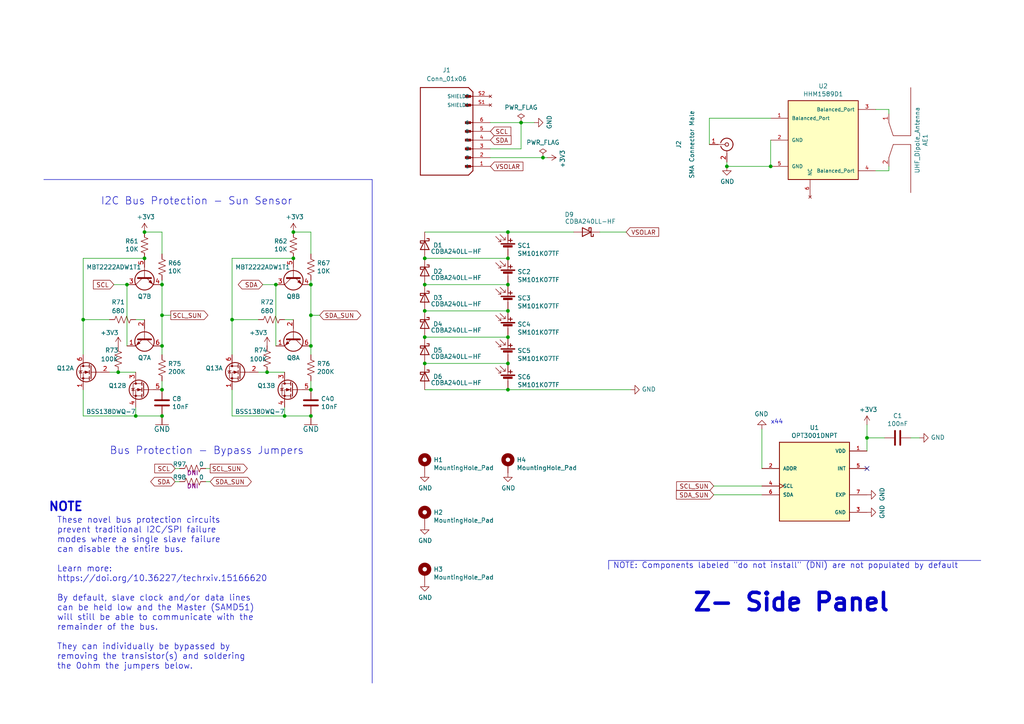
<source format=kicad_sch>
(kicad_sch (version 20230121) (generator eeschema)
  (paper "A4")
  (title_block (title "Sapling Z- Side Panel") (date "2022-05-02") (rev "Flight Ver. 1") (company "Stanford SSI") (comment 1 "Grant Regen"))
  (lib_symbols
    (symbol "Connector:Conn_Coaxial" (pin_names (offset 1.016) hide)
      (property "Reference" "J" (at 0.254 3.048 0))
      (property "Value" "Conn_Coaxial" (at 2.921 0 90))
      (symbol "Conn_Coaxial_0_1"
        (arc (start -1.778 -0.508) (mid 0.2311 -1.8066) (end 1.778 0) (stroke (width 0.254)))
        (polyline (pts (xy -2.54 0) (xy -0.508 0)))
        (polyline (pts (xy 0 -2.54) (xy 0 -1.778)))
        (circle (center 0 0) (radius 0.508) (stroke (width 0.2032)))
        (arc (start 1.778 0) (mid 0.2099 1.8101) (end -1.778 0.508) (stroke (width 0.254)))
      )
      (symbol "Conn_Coaxial_1_1"
        (pin passive line (at -5.08 0 0) (length 2.54) (name "In") (number "1"))
        (pin passive line (at 0 -5.08 90) (length 2.54) (name "Ext") (number "2"))
      )
    )
    (symbol "Device:C" (pin_numbers hide) (pin_names (offset 0.254))
      (property "Reference" "C" (at 0.635 2.54 0))
      (property "Value" "C" (at 0.635 -2.54 0))
      (symbol "C_0_1"
        (polyline (pts (xy -2.032 -0.762) (xy 2.032 -0.762)) (stroke (width 0.508)))
        (polyline (pts (xy -2.032 0.762) (xy 2.032 0.762)) (stroke (width 0.508)))
      )
      (symbol "C_1_1"
        (pin passive line (at 0 3.81 270) (length 2.794) (name "~") (number "1"))
        (pin passive line (at 0 -3.81 90) (length 2.794) (name "~") (number "2"))
      )
    )
    (symbol "Device:R_US" (pin_numbers hide) (pin_names (offset 0))
      (property "Reference" "R" (at 2.54 0 90))
      (property "Value" "R_US" (at -2.54 0 90))
      (symbol "R_US_0_1"
        (polyline (pts (xy 0 -2.286) (xy 0 -2.54)))
        (polyline (pts (xy 0 2.286) (xy 0 2.54)))
        (polyline (pts (xy 0 -0.762) (xy 1.016 -1.143) (xy 0 -1.524) (xy -1.016 -1.905) (xy 0 -2.286)))
        (polyline (pts (xy 0 0.762) (xy 1.016 0.381) (xy 0 0) (xy -1.016 -0.381) (xy 0 -0.762)))
        (polyline (pts (xy 0 2.286) (xy 1.016 1.905) (xy 0 1.524) (xy -1.016 1.143) (xy 0 0.762)))
      )
      (symbol "R_US_1_1"
        (pin passive line (at 0 3.81 270) (length 1.27) (name "~") (number "1"))
        (pin passive line (at 0 -3.81 90) (length 1.27) (name "~") (number "2"))
      )
    )
    (symbol "Mechanical:MountingHole_Pad" (pin_numbers hide) (pin_names (offset 1.016) hide)
      (property "Reference" "H" (at 0 6.35 0))
      (property "Value" "MountingHole_Pad" (at 0 4.445 0))
      (symbol "MountingHole_Pad_0_1"
        (circle (center 0 1.27) (radius 1.27) (stroke (width 1.27)))
      )
      (symbol "MountingHole_Pad_1_1"
        (pin input line (at 0 -2.54 90) (length 2.54) (name "1") (number "1"))
      )
    )
    (symbol "Transistor_BJT:MBT2222ADW1T1" (pin_names (offset 0) hide)
      (property "Reference" "Q" (at 5.08 1.27 0))
      (property "Value" "MBT2222ADW1T1" (at 5.08 -1.27 0))
      (symbol "MBT2222ADW1T1_0_1"
        (polyline (pts (xy 0.635 0) (xy -2.54 0)))
        (polyline (pts (xy 0.635 0.635) (xy 2.54 2.54)))
        (polyline (pts (xy 0.635 -0.635) (xy 2.54 -2.54) (xy 2.54 -2.54)))
        (polyline (pts (xy 0.635 1.905) (xy 0.635 -1.905) (xy 0.635 -1.905)) (stroke (width 0.508)))
        (polyline (pts (xy 1.27 -1.778) (xy 1.778 -1.27) (xy 2.286 -2.286) (xy 1.27 -1.778) (xy 1.27 -1.778)) (fill (type outline)))
        (circle (center 1.27 0) (radius 2.8194) (stroke (width 0.254)))
      )
      (symbol "MBT2222ADW1T1_1_1"
        (pin passive line (at 2.54 -5.08 90) (length 2.54) (name "E1") (number "1"))
        (pin input line (at -5.08 0 0) (length 2.54) (name "B1") (number "2"))
        (pin passive line (at 2.54 5.08 270) (length 2.54) (name "C1") (number "6"))
      )
      (symbol "MBT2222ADW1T1_2_1"
        (pin passive line (at 2.54 5.08 270) (length 2.54) (name "C2") (number "3"))
        (pin passive line (at 2.54 -5.08 90) (length 2.54) (name "E2") (number "4"))
        (pin input line (at -5.08 0 0) (length 2.54) (name "B2") (number "5"))
      )
    )
    (symbol "mainboard:GND" (power) (pin_names (offset 1.016))
      (property "Value" "GND" (at -2.54 -2.54 0))
      (symbol "GND_1_0"
        (polyline (pts (xy -1.905 0) (xy 1.905 0)))
        (pin power_in line (at 0 2.54 270) (length 2.54) (name "GND") (number "1"))
      )
    )
    (symbol "power:+3.3V" (power) (pin_names (offset 0))
      (property "Value" "+3.3V" (at 0 3.556 0))
      (symbol "+3.3V_0_1"
        (polyline (pts (xy -0.762 1.27) (xy 0 2.54)))
        (polyline (pts (xy 0 0) (xy 0 2.54)))
        (polyline (pts (xy 0 2.54) (xy 0.762 1.27)))
      )
      (symbol "+3.3V_1_1"
        (pin power_in line (at 0 0 90) (length 0) hide (name "+3V3") (number "1"))
      )
    )
    (symbol "power:GND" (power) (pin_names (offset 0))
      (property "Value" "GND" (at 0 -3.81 0))
      (symbol "GND_0_1"
        (polyline (pts (xy 0 0) (xy 0 -1.27) (xy 1.27 -1.27) (xy 0 -2.54) (xy -1.27 -1.27) (xy 0 -1.27)))
      )
      (symbol "GND_1_1"
        (pin power_in line (at 0 0 270) (length 0) hide (name "GND") (number "1"))
      )
    )
    (symbol "power:PWR_FLAG" (power) (pin_numbers hide) (pin_names (offset 0) hide)
      (property "Value" "PWR_FLAG" (at 0 3.81 0))
      (symbol "PWR_FLAG_0_0"
        (pin power_out line (at 0 0 90) (length 0) (name "pwr") (number "1"))
      )
      (symbol "PWR_FLAG_0_1"
        (polyline (pts (xy 0 0) (xy 0 1.27) (xy -1.016 1.905) (xy 0 2.54) (xy 1.016 1.905) (xy 0 1.27)))
      )
    )
    (symbol "sidepanels:2053380006" (pin_names (offset 1.016))
      (property "Reference" "J" (at -7.62 13.97 0))
      (property "Value" "2053380006" (at -7.62 -15.24 0))
      (symbol "2053380006_0_0"
        (rectangle (start -6.985 -10.4648) (end -5.3848 -9.8298) (fill (type outline)))
        (rectangle (start -6.985 -7.9248) (end -5.3848 -7.2898) (fill (type outline)))
        (rectangle (start -6.985 -2.8448) (end -5.3848 -2.2098) (fill (type outline)))
        (rectangle (start -6.985 -0.3048) (end -5.3848 0.3048) (fill (type outline)))
        (rectangle (start -6.985 2.2098) (end -5.3848 2.8448) (fill (type outline)))
        (rectangle (start -6.985 4.7498) (end -5.3848 5.3848) (fill (type outline)))
        (rectangle (start -6.985 7.2898) (end -5.3848 7.9248) (fill (type outline)))
        (rectangle (start -6.985 9.8298) (end -5.3848 10.4648) (fill (type outline)))
        (polyline (pts (xy -7.62 -11.43) (xy -6.35 -12.7)) (stroke (width 0.254)))
        (polyline (pts (xy -7.62 -10.16) (xy -5.715 -10.16)) (stroke (width 0.254)))
        (polyline (pts (xy -7.62 -7.62) (xy -5.715 -7.62)) (stroke (width 0.254)))
        (polyline (pts (xy -7.62 -2.54) (xy -7.62 -11.43)) (stroke (width 0.254)))
        (polyline (pts (xy -7.62 -2.54) (xy -5.715 -2.54)) (stroke (width 0.254)))
        (polyline (pts (xy -7.62 0) (xy -7.62 -2.54)) (stroke (width 0.254)))
        (polyline (pts (xy -7.62 0) (xy -5.715 0)) (stroke (width 0.254)))
        (polyline (pts (xy -7.62 2.54) (xy -7.62 0)) (stroke (width 0.254)))
        (polyline (pts (xy -7.62 2.54) (xy -5.715 2.54)) (stroke (width 0.254)))
        (polyline (pts (xy -7.62 5.08) (xy -7.62 2.54)) (stroke (width 0.254)))
        (polyline (pts (xy -7.62 5.08) (xy -5.715 5.08)) (stroke (width 0.254)))
        (polyline (pts (xy -7.62 7.62) (xy -5.715 7.62)) (stroke (width 0.254)))
        (polyline (pts (xy -7.62 10.16) (xy -5.715 10.16)) (stroke (width 0.254)))
        (polyline (pts (xy -7.62 11.43) (xy -7.62 5.08)) (stroke (width 0.254)))
        (polyline (pts (xy -7.62 11.43) (xy -6.35 12.7)) (stroke (width 0.254)))
        (polyline (pts (xy -6.35 -12.7) (xy 7.62 -12.7)) (stroke (width 0.254)))
        (polyline (pts (xy 7.62 -12.7) (xy 7.62 12.7)) (stroke (width 0.254)))
        (polyline (pts (xy 7.62 12.7) (xy -6.35 12.7)) (stroke (width 0.254)))
        (pin passive line (at -12.7 10.16 0) (length 5.08) (name "1") (number "1"))
        (pin passive line (at -12.7 7.62 0) (length 5.08) (name "2") (number "2"))
        (pin passive line (at -12.7 5.08 0) (length 5.08) (name "3") (number "3"))
        (pin passive line (at -12.7 2.54 0) (length 5.08) (name "4") (number "4"))
        (pin passive line (at -12.7 0 0) (length 5.08) (name "5") (number "5"))
        (pin passive line (at -12.7 -2.54 0) (length 5.08) (name "6") (number "6"))
        (pin no_connect line (at -12.7 -7.62 0) (length 5.08) (name "SHIELD1") (number "S1"))
        (pin no_connect line (at -12.7 -10.16 0) (length 5.08) (name "SHIELD2") (number "S2"))
      )
    )
    (symbol "sidepanels:BSS138DWQ-7" (pin_names (offset 0.762) hide)
      (property "Reference" "Q" (at -2.54 5.08 0))
      (property "Value" "BSS138DWQ-7" (at 3.81 6.35 0))
      (symbol "BSS138DWQ-7_1_1"
        (polyline (pts (xy -1.016 0) (xy -3.81 0)))
        (polyline (pts (xy -1.016 1.905) (xy -1.016 -1.905)) (stroke (width 0.254)))
        (polyline (pts (xy -0.508 -1.27) (xy -0.508 -2.286)) (stroke (width 0.254)))
        (polyline (pts (xy -0.508 0.508) (xy -0.508 -0.508)) (stroke (width 0.254)))
        (polyline (pts (xy -0.508 2.286) (xy -0.508 1.27)) (stroke (width 0.254)))
        (polyline (pts (xy 1.27 2.54) (xy 1.27 1.778)))
        (polyline (pts (xy 1.27 -2.54) (xy 1.27 0) (xy -0.508 0)))
        (polyline (pts (xy -0.508 -1.778) (xy 2.032 -1.778) (xy 2.032 1.778) (xy -0.508 1.778)))
        (polyline (pts (xy -0.254 0) (xy 0.762 0.381) (xy 0.762 -0.381) (xy -0.254 0)) (fill (type outline)))
        (polyline (pts (xy 1.524 0.508) (xy 1.651 0.381) (xy 2.413 0.381) (xy 2.54 0.254)))
        (polyline (pts (xy 2.032 0.381) (xy 1.651 -0.254) (xy 2.413 -0.254) (xy 2.032 0.381)))
        (circle (center 0.381 0) (radius 2.794) (stroke (width 0.254)))
        (circle (center 1.27 -1.778) (radius 0.254) (fill (type outline)))
        (circle (center 1.27 1.778) (radius 0.254) (fill (type outline)))
        (pin passive line (at 1.27 -5.08 90) (length 2.54) (name "S2") (number "1"))
        (pin input line (at -6.35 0 0) (length 2.54) (name "G2") (number "2"))
        (pin passive line (at 1.27 5.08 270) (length 2.54) (name "D1") (number "6"))
      )
      (symbol "BSS138DWQ-7_2_1"
        (polyline (pts (xy -1.016 0) (xy -3.81 0)))
        (polyline (pts (xy -1.016 1.905) (xy -1.016 -1.905)) (stroke (width 0.254)))
        (polyline (pts (xy -0.508 -1.27) (xy -0.508 -2.286)) (stroke (width 0.254)))
        (polyline (pts (xy -0.508 0.508) (xy -0.508 -0.508)) (stroke (width 0.254)))
        (polyline (pts (xy -0.508 2.286) (xy -0.508 1.27)) (stroke (width 0.254)))
        (polyline (pts (xy 1.27 2.54) (xy 1.27 1.778)))
        (polyline (pts (xy 1.27 -2.54) (xy 1.27 0) (xy -0.508 0)))
        (polyline (pts (xy -0.508 -1.778) (xy 2.032 -1.778) (xy 2.032 1.778) (xy -0.508 1.778)))
        (polyline (pts (xy -0.254 0) (xy 0.762 0.381) (xy 0.762 -0.381) (xy -0.254 0)) (fill (type outline)))
        (polyline (pts (xy 1.524 0.508) (xy 1.651 0.381) (xy 2.413 0.381) (xy 2.54 0.254)))
        (polyline (pts (xy 2.032 0.381) (xy 1.651 -0.254) (xy 2.413 -0.254) (xy 2.032 0.381)))
        (circle (center 0.381 0) (radius 2.794) (stroke (width 0.254)))
        (circle (center 1.27 -1.778) (radius 0.254) (fill (type outline)))
        (circle (center 1.27 1.778) (radius 0.254) (fill (type outline)))
        (pin passive line (at 1.27 5.08 270) (length 2.54) (name "D2") (number "3"))
        (pin passive line (at 1.27 -5.08 90) (length 2.54) (name "S1") (number "4"))
        (pin input line (at -6.35 0 0) (length 2.54) (name "G1") (number "5"))
      )
    )
    (symbol "sidepanels:CDBA240LL-HF" (pin_numbers hide) (pin_names (offset 1.016) hide)
      (property "Reference" "D" (at 0 2.54 0))
      (property "Value" "CDBA240LL-HF" (at 0 -2.54 0))
      (symbol "CDBA240LL-HF_0_1"
        (polyline (pts (xy 1.27 0) (xy -1.27 0)))
        (polyline (pts (xy 1.27 1.27) (xy 1.27 -1.27) (xy -1.27 0) (xy 1.27 1.27)) (stroke (width 0.254)))
        (polyline (pts (xy -1.905 0.635) (xy -1.905 1.27) (xy -1.27 1.27) (xy -1.27 -1.27) (xy -0.635 -1.27) (xy -0.635 -0.635)) (stroke (width 0.254)))
      )
      (symbol "CDBA240LL-HF_1_1"
        (pin passive line (at -3.81 0 0) (length 2.54) (name "K") (number "1"))
        (pin passive line (at 3.81 0 180) (length 2.54) (name "A") (number "2"))
      )
    )
    (symbol "sidepanels:HHM1589D1" (pin_names (offset 1.016))
      (property "Reference" "U" (at 0 0 0))
      (property "Value" "HHM1589D1" (at 0 2.54 0))
      (symbol "HHM1589D1_1_1"
        (rectangle (start -10.16 -25.4) (end 10.16 -2.54) (stroke (width 0.254)) (fill (type background)))
        (pin bidirectional line (at -15.24 -7.62 0) (length 5.08) (name "Balanced_Port") (number "1"))
        (pin power_in line (at -15.24 -13.97 0) (length 5.08) (name "GND") (number "2"))
        (pin bidirectional line (at 15.24 -5.08 180) (length 5.08) (name "Balanced_Port") (number "3"))
        (pin bidirectional line (at 15.24 -22.86 180) (length 5.08) (name "Balanced_Port") (number "4"))
        (pin power_in line (at -15.24 -21.59 0) (length 5.08) (name "GND") (number "5"))
        (pin no_connect line (at -3.81 -30.48 90) (length 5.08) (name "NC") (number "6"))
      )
    )
    (symbol "sidepanels:OPT3001DNPT" (pin_names (offset 1.016))
      (property "Reference" "U" (at -10.16 13.97 0))
      (property "Value" "OPT3001DNPT" (at -6.35 -12.7 0))
      (symbol "OPT3001DNPT_0_0"
        (rectangle (start -10.16 -10.16) (end 10.16 12.7) (stroke (width 0.254)) (fill (type background)))
        (pin power_in line (at 15.24 10.16 180) (length 5.08) (name "VDD") (number "1"))
        (pin input line (at -15.24 5.08 0) (length 5.08) (name "ADDR") (number "2"))
        (pin power_in line (at 15.24 -7.62 180) (length 5.08) (name "GND") (number "3"))
        (pin input clock (at -15.24 0 0) (length 5.08) (name "SCL") (number "4"))
        (pin output line (at 15.24 5.08 180) (length 5.08) (name "INT") (number "5"))
        (pin bidirectional line (at -15.24 -2.54 0) (length 5.08) (name "SDA") (number "6"))
        (pin passive line (at 15.24 -2.54 180) (length 5.08) (name "EXP") (number "7"))
      )
    )
    (symbol "sidepanels:SM101K07TF" (pin_numbers hide) (pin_names (offset 0) hide)
      (property "Reference" "SC" (at 2.54 2.54 0))
      (property "Value" "SM101K07TF" (at 2.54 0 0))
      (symbol "SM101K07TF_0_1"
        (rectangle (start -2.032 1.778) (end 2.032 1.524) (fill (type outline)))
        (rectangle (start -1.3208 1.1938) (end 1.27 0.6858) (fill (type outline)))
        (polyline (pts (xy -2.032 2.286) (xy -3.556 3.81)))
        (polyline (pts (xy -0.762 2.794) (xy -2.286 4.318)))
        (polyline (pts (xy 0 0.762) (xy 0 0)))
        (polyline (pts (xy 0 1.778) (xy 0 2.54)))
        (polyline (pts (xy 0.254 2.667) (xy 1.27 2.667)) (stroke (width 0.254)))
        (polyline (pts (xy 0.762 3.175) (xy 0.762 2.159)) (stroke (width 0.254)))
        (polyline (pts (xy -2.032 3.048) (xy -2.032 2.286) (xy -2.794 2.286)))
        (polyline (pts (xy -0.762 3.556) (xy -0.762 2.794) (xy -1.524 2.794)))
      )
      (symbol "SM101K07TF_1_1"
        (pin passive line (at 0 5.08 270) (length 2.54) (name "+") (number "1"))
        (pin passive line (at 0 -2.54 90) (length 2.54) (name "-") (number "2"))
      )
    )
    (symbol "sidepanels:UHF_Dipole_Antenna" (pin_names (offset 1.016))
      (property "Reference" "AE" (at 0 2.54 0))
      (property "Value" "UHF_Dipole_Antenna" (at 0 5.08 0))
      (symbol "UHF_Dipole_Antenna_0_1"
        (polyline (pts (xy 1.27 -3.81) (xy 5.08 -5.08)))
        (polyline (pts (xy 11.43 1.27) (xy 13.97 1.27)))
        (polyline (pts (xy 13.97 1.27) (xy 15.24 1.27)))
        (polyline (pts (xy 1.27 -3.81) (xy 1.27 1.27) (xy 11.43 1.27)))
        (polyline (pts (xy -15.24 1.27) (xy -1.27 1.27) (xy -1.27 -3.81) (xy -5.08 -5.08)))
      )
      (symbol "UHF_Dipole_Antenna_1_1"
        (pin passive line (at -7.62 -5.08 0) (length 2.54) (name "~") (number "1"))
        (pin passive line (at 7.62 -5.08 180) (length 2.54) (name "~") (number "2"))
      )
    )
  )
  (junction (at 39.37 120.65))
  (junction (at 24.13 92.71))
  (junction (at 90.17 100.33))
  (junction (at 90.17 113.03))
  (junction (at 147.32 67.31))
  (junction (at 46.99 91.44))
  (junction (at 46.99 120.65))
  (junction (at 147.32 97.79))
  (junction (at 85.09 74.93))
  (junction (at 41.91 74.93))
  (junction (at 41.91 67.31))
  (junction (at 123.19 97.79))
  (junction (at 210.82 48.26))
  (junction (at 90.17 91.44))
  (junction (at 46.99 82.55))
  (junction (at 46.99 113.03))
  (junction (at 123.19 105.41))
  (junction (at 147.32 105.41))
  (junction (at 90.17 120.65))
  (junction (at 77.47 107.95))
  (junction (at 147.32 82.55))
  (junction (at 151.13 35.56))
  (junction (at 85.09 67.31))
  (junction (at 157.48 45.72))
  (junction (at 123.19 82.55))
  (junction (at 123.19 90.17))
  (junction (at 80.01 82.55))
  (junction (at 46.99 100.33))
  (junction (at 251.46 127))
  (junction (at 123.19 74.93))
  (junction (at 147.32 113.03))
  (junction (at 223.52 48.26))
  (junction (at 67.31 92.71))
  (junction (at 90.17 82.55))
  (junction (at 147.32 90.17))
  (junction (at 82.55 120.65))
  (junction (at 147.32 74.93))
  (junction (at 34.29 107.95))
  (junction (at 36.83 82.55))
  (no_connect (at 251.46 135.89))
  (wire (pts (xy 90.17 91.44) (xy 90.17 82.55)))
  (wire (pts (xy 67.31 120.65) (xy 82.55 120.65)))
  (wire (pts (xy 36.83 82.55) (xy 36.83 100.33)))
  (wire (pts (xy 82.55 107.95) (xy 77.47 107.95)))
  (wire (pts (xy 264.16 127) (xy 266.7 127)))
  (wire (pts (xy 173.99 67.31) (xy 181.61 67.31)))
  (wire (pts (xy 123.19 90.17) (xy 147.32 90.17)))
  (wire (pts (xy 90.17 73.66) (xy 90.17 67.31)))
  (wire (pts (xy 92.71 91.44) (xy 90.17 91.44)))
  (wire (pts (xy 67.31 74.93) (xy 85.09 74.93)))
  (wire (pts (xy 67.31 92.71) (xy 67.31 74.93)))
  (wire (pts (xy 67.31 92.71) (xy 74.93 92.71)))
  (wire (pts (xy 24.13 113.03) (xy 24.13 120.65)))
  (wire (pts (xy 80.01 82.55) (xy 80.01 100.33)))
  (wire (pts (xy 82.55 118.11) (xy 82.55 120.65)))
  (wire (pts (xy 34.29 107.95) (xy 31.75 107.95)))
  (wire (pts (xy 24.13 92.71) (xy 31.75 92.71)))
  (wire (pts (xy 90.17 100.33) (xy 90.17 91.44)))
  (wire (pts (xy 157.48 45.72) (xy 158.75 45.72)))
  (wire (pts (xy 46.99 110.49) (xy 46.99 113.03)))
  (wire (pts (xy 46.99 102.87) (xy 46.99 100.33)))
  (wire (pts (xy 46.99 73.66) (xy 46.99 67.31)))
  (wire (pts (xy 46.99 100.33) (xy 46.99 91.44)))
  (wire (pts (xy 49.53 91.44) (xy 46.99 91.44)))
  (wire (pts (xy 82.55 120.65) (xy 90.17 120.65)))
  (wire (pts (xy 39.37 107.95) (xy 34.29 107.95)))
  (wire (pts (xy 67.31 102.87) (xy 67.31 92.71)))
  (wire (pts (xy 256.54 127) (xy 251.46 127)))
  (wire (pts (xy 46.99 67.31) (xy 41.91 67.31)))
  (wire (pts (xy 207.01 143.51) (xy 220.98 143.51)))
  (wire (pts (xy 24.13 92.71) (xy 24.13 74.93)))
  (wire (pts (xy 142.24 45.72) (xy 157.48 45.72)))
  (wire (pts (xy 85.09 92.71) (xy 82.55 92.71)))
  (wire (pts (xy 257.81 49.53) (xy 257.81 48.26)))
  (wire (pts (xy 123.19 82.55) (xy 147.32 82.55)))
  (wire (pts (xy 39.37 120.65) (xy 46.99 120.65)))
  (wire (pts (xy 41.91 92.71) (xy 39.37 92.71)))
  (wire (pts (xy 24.13 102.87) (xy 24.13 92.71)))
  (wire (pts (xy 33.02 82.55) (xy 36.83 82.55)))
  (wire (pts (xy 60.96 135.89) (xy 59.69 135.89)))
  (wire (pts (xy 123.19 105.41) (xy 147.32 105.41)))
  (wire (pts (xy 147.32 113.03) (xy 182.88 113.03)))
  (wire (pts (xy 123.19 74.93) (xy 147.32 74.93)))
  (wire (pts (xy 151.13 35.56) (xy 154.94 35.56)))
  (wire (pts (xy 210.82 48.26) (xy 223.52 48.26)))
  (wire (pts (xy 251.46 127) (xy 251.46 123.19)))
  (wire (pts (xy 254 49.53) (xy 257.81 49.53)))
  (wire (pts (xy 220.98 135.89) (xy 220.98 124.46)))
  (wire (pts (xy 223.52 48.26) (xy 223.52 40.64)))
  (wire (pts (xy 151.13 43.18) (xy 151.13 35.56)))
  (wire (pts (xy 24.13 120.65) (xy 39.37 120.65)))
  (wire (pts (xy 50.8 139.7) (xy 52.07 139.7)))
  (polyline (pts (xy 176.53 165.1) (xy 176.53 162.56)))
  (wire (pts (xy 207.01 140.97) (xy 220.98 140.97)))
  (wire (pts (xy 142.24 43.18) (xy 151.13 43.18)))
  (wire (pts (xy 123.19 67.31) (xy 147.32 67.31)))
  (wire (pts (xy 210.82 46.99) (xy 210.82 48.26)))
  (wire (pts (xy 60.96 139.7) (xy 59.69 139.7)))
  (polyline (pts (xy 107.95 52.07) (xy 12.7 52.07)))
  (wire (pts (xy 123.19 97.79) (xy 147.32 97.79)))
  (wire (pts (xy 205.74 41.91) (xy 205.74 34.29)))
  (wire (pts (xy 251.46 130.81) (xy 251.46 127)))
  (wire (pts (xy 67.31 113.03) (xy 67.31 120.65)))
  (wire (pts (xy 166.37 67.31) (xy 147.32 67.31)))
  (polyline (pts (xy 176.53 162.56) (xy 284.48 162.56)))
  (polyline (pts (xy 107.95 52.07) (xy 107.95 198.12)))
  (wire (pts (xy 223.52 34.29) (xy 205.74 34.29)))
  (wire (pts (xy 50.8 135.89) (xy 52.07 135.89)))
  (wire (pts (xy 123.19 113.03) (xy 147.32 113.03)))
  (wire (pts (xy 142.24 35.56) (xy 151.13 35.56)))
  (wire (pts (xy 257.81 31.75) (xy 257.81 33.02)))
  (wire (pts (xy 46.99 91.44) (xy 46.99 82.55)))
  (wire (pts (xy 77.47 107.95) (xy 74.93 107.95)))
  (wire (pts (xy 90.17 81.28) (xy 90.17 82.55)))
  (wire (pts (xy 90.17 102.87) (xy 90.17 100.33)))
  (wire (pts (xy 39.37 118.11) (xy 39.37 120.65)))
  (wire (pts (xy 76.2 82.55) (xy 80.01 82.55)))
  (wire (pts (xy 254 31.75) (xy 257.81 31.75)))
  (wire (pts (xy 46.99 81.28) (xy 46.99 82.55)))
  (wire (pts (xy 90.17 110.49) (xy 90.17 113.03)))
  (wire (pts (xy 90.17 67.31) (xy 85.09 67.31)))
  (wire (pts (xy 24.13 74.93) (xy 41.91 74.93)))
  (text "NOTE: Components labeled \"do not install\" (DNI) are not populated by default" (at 177.8 165.1 0) (effects (font (size 1.651 1.651)) (justify left bottom)))
  (text "These novel bus protection circuits\nprevent traditional I2C/SPI failure \nmodes where a single slave failure\ncan disable the entire bus.\n\nLearn more: \nhttps://doi.org/10.36227/techrxiv.15166620\n\nBy default, slave clock and/or data lines \ncan be held low and the Master (SAMD51) \nwill still be able to communicate with the \nremainder of the bus.\n\nThey can individually be bypassed by \nremoving the transistor(s) and soldering\nthe 0ohm the jumpers below." (at 16.51 194.31 0) (effects (font (size 1.7526 1.7526)) (justify left bottom)))
  (text "Bus Protection - Bypass Jumpers" (at 31.75 132.08 0) (effects (font (size 2.159 2.159)) (justify left bottom)))
  (text "I2C Bus Protection - Sun Sensor" (at 29.21 59.69 0) (effects (font (size 2.159 2.159)) (justify left bottom)))
  (text "Z- Side Panel" (at 200.66 177.8 0) (effects (font (size 5.08 5.08) (thickness 1.016) bold) (justify left bottom)))
  (text "NOTE" (at 13.97 148.59 0) (effects (font (size 2.54 2.54) (thickness 0.508) bold) (justify left bottom)))
  (text "x44" (at 223.52 123.19 0) (effects (font (size 1.27 1.27)) (justify left bottom)))
  (global_label "SCL_SUN" (shape output) (at 49.53 91.44 0) (property "Intersheetrefs" "${INTERSHEET_REFS}" (effects hide)))
  (global_label "SDA_SUN" (shape bidirectional) (at 60.96 139.7 0) (property "Intersheetrefs" "${INTERSHEET_REFS}" (effects hide)))
  (global_label "SCL" (shape input) (at 33.02 82.55 180) (property "Intersheetrefs" "${INTERSHEET_REFS}" (effects hide)))
  (global_label "SDA_SUN" (shape input) (at 207.01 143.51 180) (property "Intersheetrefs" "${INTERSHEET_REFS}" (effects hide)))
  (global_label "SCL_SUN" (shape input) (at 207.01 140.97 180) (property "Intersheetrefs" "${INTERSHEET_REFS}" (effects hide)))
  (global_label "VSOLAR" (shape input) (at 142.24 48.26 0) (property "Intersheetrefs" "${INTERSHEET_REFS}" (effects hide)))
  (global_label "SDA_SUN" (shape bidirectional) (at 92.71 91.44 0) (property "Intersheetrefs" "${INTERSHEET_REFS}" (effects hide)))
  (global_label "SCL_SUN" (shape output) (at 60.96 135.89 0) (property "Intersheetrefs" "${INTERSHEET_REFS}" (effects hide)))
  (global_label "SDA" (shape bidirectional) (at 50.8 139.7 180) (property "Intersheetrefs" "${INTERSHEET_REFS}" (effects hide)))
  (global_label "SCL" (shape input) (at 50.8 135.89 180) (property "Intersheetrefs" "${INTERSHEET_REFS}" (effects hide)))
  (global_label "SDA" (shape input) (at 142.24 40.64 0) (property "Intersheetrefs" "${INTERSHEET_REFS}" (effects hide)))
  (global_label "SCL" (shape input) (at 142.24 38.1 0) (property "Intersheetrefs" "${INTERSHEET_REFS}" (effects hide)))
  (global_label "SDA" (shape bidirectional) (at 76.2 82.55 180) (property "Intersheetrefs" "${INTERSHEET_REFS}" (effects hide)))
  (global_label "VSOLAR" (shape input) (at 181.61 67.31 0) (property "Intersheetrefs" "${INTERSHEET_REFS}" (effects hide)))
  (symbol (lib_id "sidepanels:BSS138DWQ-7") (at 25.4 107.95 0) (mirror y) (unit 1)
    (property "Reference" "Q12" (at 21.463 106.7816 0) (effects (justify left)))
    (property "Value" "BSS138DWQ-7" (at 39.37 119.38 0) (effects (justify left)))
    (property "Footprint" "panels:BSS138DWQ-7" (effects hide))
    (property "Datasheet" "https://www.diodes.com/assets/Datasheets/BSS138DWQ.pdf" (effects hide))
    (property "Description" "MOSFET BSS Family" (effects hide))
    (property "Flight" "BSS138DWQ-7" (effects hide))
    (property "Manufacturer_Name" "Diodes Inc." (effects hide))
    (property "Manufacturer_Part_Number" "BSS138DWQ-7" (effects hide))
    (property "Proto" "BSS138DWQ-7" (effects hide))
    (property "Height" "1.1" (effects hide))
    (property "Mouser Part Number" "621-BSS138DWQ-7" (effects hide))
    (property "Mouser Price/Stock" "https://www.mouser.co.uk/ProductDetail/Diodes-Incorporated/BSS138DWQ-7?qs=nJRy1mI8RR9wz3YdMQOQIA%3D%3D" (effects hide))
  )
  (symbol (lib_id "sidepanels:BSS138DWQ-7") (at 40.64 113.03 0) (mirror y) (unit 2)
    (property "Reference" "Q12" (at 36.703 111.8616 0) (effects (justify left)))
    (property "Value" "BSS138DWQ-7" (effects hide))
    (property "Footprint" "panels:BSS138DWQ-7" (effects hide))
    (property "Datasheet" "https://www.diodes.com/assets/Datasheets/BSS138DWQ.pdf" (effects hide))
    (property "Description" "MOSFET BSS Family" (effects hide))
    (property "Flight" "BSS138DWQ-7" (effects hide))
    (property "Manufacturer_Name" "Diodes Inc." (effects hide))
    (property "Manufacturer_Part_Number" "BSS138DWQ-7" (effects hide))
    (property "Proto" "BSS138DWQ-7" (effects hide))
    (property "Height" "1.1" (effects hide))
    (property "Mouser Part Number" "621-BSS138DWQ-7" (effects hide))
    (property "Mouser Price/Stock" "https://www.mouser.co.uk/ProductDetail/Diodes-Incorporated/BSS138DWQ-7?qs=nJRy1mI8RR9wz3YdMQOQIA%3D%3D" (effects hide))
  )
  (symbol (lib_id "Transistor_BJT:MBT2222ADW1T1") (at 41.91 97.79 270) (unit 1)
    (property "Reference" "Q7" (at 41.91 103.7844 90))
    (property "Value" "MBT2222ADW1T1" (effects hide))
    (property "Footprint" "Package_TO_SOT_SMD:SOT-363_SC-70-6" (effects hide))
    (property "Datasheet" "http://www.onsemi.com/pub_link/Collateral/MBT2222ADW1T1-D.PDF" (effects hide))
    (property "Description" "Dual NPN BJT - 2NPN" (effects hide))
    (property "Flight" "MBT2222ADW1T1G" (effects hide))
    (property "Manufacturer_Name" "ON Semiconductor" (effects hide))
    (property "Manufacturer_Part_Number" "MBT2222ADW1T1G" (effects hide))
    (property "Proto" "MBT2222ADW1T1G" (effects hide))
  )
  (symbol (lib_id "Transistor_BJT:MBT2222ADW1T1") (at 41.91 80.01 90) (mirror x) (unit 2)
    (property "Reference" "Q7" (at 41.91 85.979 90))
    (property "Value" "MBT2222ADW1T1" (at 33.02 77.47 90))
    (property "Footprint" "Package_TO_SOT_SMD:SOT-363_SC-70-6" (effects hide))
    (property "Datasheet" "http://www.onsemi.com/pub_link/Collateral/MBT2222ADW1T1-D.PDF" (effects hide))
    (property "Description" "Dual NPN BJT - 2NPN" (effects hide))
    (property "Flight" "MBT2222ADW1T1G" (effects hide))
    (property "Manufacturer_Name" "ON Semiconductor" (effects hide))
    (property "Manufacturer_Part_Number" "MBT2222ADW1T1G" (effects hide))
    (property "Proto" "MBT2222ADW1T1G" (effects hide))
  )
  (symbol (lib_id "Device:C") (at 46.99 116.84 0) (unit 1)
    (property "Reference" "C8" (at 49.911 115.6716 0) (effects (justify left)))
    (property "Value" "10nF" (at 49.911 117.983 0) (effects (justify left)))
    (property "Footprint" "Capacitor_SMD:C_0603_1608Metric" (effects hide))
    (property "Description" "10nF +-10% 50V X7R" (effects hide))
  )
  (symbol (lib_id "mainboard:GND") (at 46.99 123.19 0) (unit 1)
    (property "Reference" "#GND045" (effects hide))
    (property "Value" "GND" (at 46.99 124.46 0) (effects (font (size 1.4986 1.4986))))
  )
  (symbol (lib_id "Device:R_US") (at 46.99 77.47 0) (unit 1)
    (property "Reference" "R66" (at 48.7172 76.3016 0) (effects (justify left)))
    (property "Value" "10K" (at 48.7172 78.613 0) (effects (justify left)))
    (property "Footprint" "Resistor_SMD:R_0603_1608Metric" (effects hide))
    (property "Description" "10K 0603" (effects hide))
  )
  (symbol (lib_id "Device:R_US") (at 41.91 71.12 0) (unit 1)
    (property "Reference" "R61" (at 40.2082 69.9516 0) (effects (justify right)))
    (property "Value" "10K" (at 40.2082 72.263 0) (effects (justify right)))
    (property "Footprint" "Resistor_SMD:R_0603_1608Metric" (effects hide))
    (property "Description" "10K 0603" (effects hide))
  )
  (symbol (lib_id "Device:R_US") (at 35.56 92.71 270) (unit 1)
    (property "Reference" "R71" (at 34.29 87.63 90))
    (property "Value" "680" (at 34.29 90.17 90))
    (property "Footprint" "Resistor_SMD:R_0603_1608Metric" (effects hide))
    (property "Description" "680 0603" (effects hide))
  )
  (symbol (lib_id "Device:R_US") (at 34.29 104.14 0) (unit 1)
    (property "Reference" "R73" (at 30.48 101.6 0) (effects (justify left)))
    (property "Value" "100K" (at 29.21 104.14 0) (effects (justify left)))
    (property "Footprint" "Resistor_SMD:R_0603_1608Metric" (effects hide))
    (property "Description" "100K 0603" (effects hide))
  )
  (symbol (lib_id "Device:R_US") (at 46.99 106.68 0) (unit 1)
    (property "Reference" "R75" (at 48.7172 105.5116 0) (effects (justify left)))
    (property "Value" "200K" (at 48.7172 107.823 0) (effects (justify left)))
    (property "Footprint" "Resistor_SMD:R_0603_1608Metric" (effects hide))
    (property "Description" "200K 0603" (effects hide))
  )
  (symbol (lib_id "Transistor_BJT:MBT2222ADW1T1") (at 85.09 97.79 270) (unit 1)
    (property "Reference" "Q8" (at 85.09 103.7844 90))
    (property "Value" "MBT2222ADW1T1" (effects hide))
    (property "Footprint" "Package_TO_SOT_SMD:SOT-363_SC-70-6" (effects hide))
    (property "Datasheet" "http://www.onsemi.com/pub_link/Collateral/MBT2222ADW1T1-D.PDF" (effects hide))
    (property "Description" "Dual NPN BJT - 2NPN" (effects hide))
    (property "Flight" "MBT2222ADW1T1G" (effects hide))
    (property "Manufacturer_Name" "ON Semiconductor" (effects hide))
    (property "Manufacturer_Part_Number" "MBT2222ADW1T1G" (effects hide))
    (property "Proto" "MBT2222ADW1T1G" (effects hide))
  )
  (symbol (lib_id "Transistor_BJT:MBT2222ADW1T1") (at 85.09 80.01 90) (mirror x) (unit 2)
    (property "Reference" "Q8" (at 85.09 85.979 90))
    (property "Value" "MBT2222ADW1T1" (at 76.2 77.47 90))
    (property "Footprint" "Package_TO_SOT_SMD:SOT-363_SC-70-6" (effects hide))
    (property "Datasheet" "http://www.onsemi.com/pub_link/Collateral/MBT2222ADW1T1-D.PDF" (effects hide))
    (property "Description" "Dual NPN BJT - 2NPN" (effects hide))
    (property "Flight" "MBT2222ADW1T1G" (effects hide))
    (property "Manufacturer_Name" "ON Semiconductor" (effects hide))
    (property "Manufacturer_Part_Number" "MBT2222ADW1T1G" (effects hide))
    (property "Proto" "MBT2222ADW1T1G" (effects hide))
  )
  (symbol (lib_id "Device:C") (at 90.17 116.84 0) (unit 1)
    (property "Reference" "C40" (at 93.091 115.6716 0) (effects (justify left)))
    (property "Value" "10nF" (at 93.091 117.983 0) (effects (justify left)))
    (property "Footprint" "Capacitor_SMD:C_0603_1608Metric" (effects hide))
    (property "Description" "10nF +-10% 50V X7R" (effects hide))
  )
  (symbol (lib_id "mainboard:GND") (at 90.17 123.19 0) (unit 1)
    (property "Reference" "#GND046" (effects hide))
    (property "Value" "GND" (at 90.17 124.46 0) (effects (font (size 1.4986 1.4986))))
  )
  (symbol (lib_id "Device:R_US") (at 85.09 71.12 0) (unit 1)
    (property "Reference" "R62" (at 83.3882 69.9516 0) (effects (justify right)))
    (property "Value" "10K" (at 83.3882 72.263 0) (effects (justify right)))
    (property "Footprint" "Resistor_SMD:R_0603_1608Metric" (effects hide))
    (property "Description" "10K 0603" (effects hide))
  )
  (symbol (lib_id "Device:R_US") (at 78.74 92.71 270) (unit 1)
    (property "Reference" "R72" (at 77.47 87.63 90))
    (property "Value" "680" (at 77.47 90.17 90))
    (property "Footprint" "Resistor_SMD:R_0603_1608Metric" (effects hide))
    (property "Description" "680 0603" (effects hide))
  )
  (symbol (lib_id "sidepanels:BSS138DWQ-7") (at 83.82 113.03 0) (mirror y) (unit 2)
    (property "Reference" "Q13" (at 79.883 111.8616 0) (effects (justify left)))
    (property "Value" "BSS138DWQ-7" (effects hide))
    (property "Footprint" "panels:BSS138DWQ-7" (effects hide))
    (property "Datasheet" "https://www.diodes.com/assets/Datasheets/BSS138DWQ.pdf" (effects hide))
    (property "Description" "MOSFET BSS Family" (effects hide))
    (property "Flight" "BSS138DWQ-7" (effects hide))
    (property "Manufacturer_Name" "Diodes Inc." (effects hide))
    (property "Manufacturer_Part_Number" "BSS138DWQ-7" (effects hide))
    (property "Proto" "BSS138DWQ-7" (effects hide))
    (property "Height" "1.1" (effects hide))
    (property "Mouser Part Number" "621-BSS138DWQ-7" (effects hide))
    (property "Mouser Price/Stock" "https://www.mouser.co.uk/ProductDetail/Diodes-Incorporated/BSS138DWQ-7?qs=nJRy1mI8RR9wz3YdMQOQIA%3D%3D" (effects hide))
  )
  (symbol (lib_id "Device:R_US") (at 90.17 106.68 0) (unit 1)
    (property "Reference" "R76" (at 91.8972 105.5116 0) (effects (justify left)))
    (property "Value" "200K" (at 91.8972 107.823 0) (effects (justify left)))
    (property "Footprint" "Resistor_SMD:R_0603_1608Metric" (effects hide))
    (property "Description" "200K 0603" (effects hide))
  )
  (symbol (lib_id "Device:R_US") (at 77.47 104.14 0) (unit 1)
    (property "Reference" "R74" (at 73.66 101.6 0) (effects (justify left)))
    (property "Value" "100K" (at 72.39 104.14 0) (effects (justify left)))
    (property "Footprint" "Resistor_SMD:R_0603_1608Metric" (effects hide))
    (property "Description" "100K 0603" (effects hide))
  )
  (symbol (lib_id "sidepanels:BSS138DWQ-7") (at 68.58 107.95 0) (mirror y) (unit 1)
    (property "Reference" "Q13" (at 64.643 106.7816 0) (effects (justify left)))
    (property "Value" "BSS138DWQ-7" (at 82.55 119.38 0) (effects (justify left)))
    (property "Footprint" "panels:BSS138DWQ-7" (effects hide))
    (property "Datasheet" "https://www.diodes.com/assets/Datasheets/BSS138DWQ.pdf" (effects hide))
    (property "Description" "MOSFET BSS Family" (effects hide))
    (property "Flight" "BSS138DWQ-7" (effects hide))
    (property "Manufacturer_Name" "Diodes Inc." (effects hide))
    (property "Manufacturer_Part_Number" "BSS138DWQ-7" (effects hide))
    (property "Proto" "BSS138DWQ-7" (effects hide))
    (property "Height" "1.1" (effects hide))
    (property "Mouser Part Number" "621-BSS138DWQ-7" (effects hide))
    (property "Mouser Price/Stock" "https://www.mouser.co.uk/ProductDetail/Diodes-Incorporated/BSS138DWQ-7?qs=nJRy1mI8RR9wz3YdMQOQIA%3D%3D" (effects hide))
  )
  (symbol (lib_id "Device:R_US") (at 90.17 77.47 0) (unit 1)
    (property "Reference" "R67" (at 91.8972 76.3016 0) (effects (justify left)))
    (property "Value" "10K" (at 91.8972 78.613 0) (effects (justify left)))
    (property "Footprint" "Resistor_SMD:R_0603_1608Metric" (effects hide))
    (property "Description" "10K 0603" (effects hide))
  )
  (symbol (lib_id "Device:R_US") (at 55.88 135.89 270) (unit 1)
    (property "Reference" "R97" (at 52.07 134.62 90))
    (property "Value" "0" (at 58.42 134.62 90))
    (property "Footprint" "Resistor_SMD:R_0603_1608Metric" (effects hide))
    (property "DNI" "DNI" (at 55.88 137.16 90))
    (property "Description" "0 0603" (effects hide))
  )
  (symbol (lib_id "Device:R_US") (at 55.88 139.7 270) (unit 1)
    (property "Reference" "R98" (at 52.07 138.43 90))
    (property "Value" "0" (at 58.42 138.43 90))
    (property "Footprint" "Resistor_SMD:R_0603_1608Metric" (effects hide))
    (property "DNI" "DNI" (at 55.88 140.97 90))
    (property "Description" "0 0603" (effects hide))
  )
  (symbol (lib_id "sidepanels:CDBA240LL-HF") (at 123.19 78.74 270) (unit 1)
    (property "Reference" "D2" (at 127 78.74 90))
    (property "Value" "CDBA240LL-HF" (at 139.7 81.28 90) (effects (justify right bottom)))
    (property "Footprint" "panels:DO-214AC" (effects hide))
  )
  (symbol (lib_id "sidepanels:SM101K07TF") (at 147.32 80.01 0) (unit 1)
    (property "Reference" "SC2" (at 150.0632 78.8416 0) (effects (justify left)))
    (property "Value" "SM101K07TF" (at 150.0632 81.153 0) (effects (justify left)))
    (property "Footprint" "panels:SM101K07TF" (effects hide))
  )
  (symbol (lib_id "Connector:Conn_Coaxial") (at 210.82 41.91 0) (unit 1)
    (property "Reference" "J2" (at 196.85 41.91 90))
    (property "Value" "SMA Connector Male" (at 200.66 41.91 90))
    (property "Footprint" "panels:SMA_Amphenol_901-144_Vertical" (effects hide))
    (property "Datasheet" " ~" (effects hide))
  )
  (symbol (lib_id "sidepanels:UHF_Dipole_Antenna") (at 262.89 40.64 270) (unit 1)
    (property "Reference" "AE1" (at 268.351 40.64 0))
    (property "Value" "UHF_Dipole_Antenna" (at 266.0396 40.64 0))
    (property "Footprint" "sidepanels_etc:UHF_Dipole_Antenna_Mount" (effects hide))
  )
  (symbol (lib_id "sidepanels:CDBA240LL-HF") (at 123.19 101.6 270) (unit 1)
    (property "Reference" "D5" (at 127 101.6 90))
    (property "Value" "CDBA240LL-HF" (at 139.7 104.14 90) (effects (justify right bottom)))
    (property "Footprint" "panels:DO-214AC" (effects hide))
  )
  (symbol (lib_id "sidepanels:SM101K07TF") (at 147.32 102.87 0) (unit 1)
    (property "Reference" "SC5" (at 150.0632 101.7016 0) (effects (justify left)))
    (property "Value" "SM101K07TF" (at 150.0632 104.013 0) (effects (justify left)))
    (property "Footprint" "panels:SM101K07TF" (effects hide))
  )
  (symbol (lib_id "sidepanels:CDBA240LL-HF") (at 123.19 109.22 270) (unit 1)
    (property "Reference" "D6" (at 127 109.22 90))
    (property "Value" "CDBA240LL-HF" (at 139.7 111.76 90) (effects (justify right bottom)))
    (property "Footprint" "panels:DO-214AC" (effects hide))
  )
  (symbol (lib_id "sidepanels:SM101K07TF") (at 147.32 110.49 0) (unit 1)
    (property "Reference" "SC6" (at 150.0632 109.3216 0) (effects (justify left)))
    (property "Value" "SM101K07TF" (at 150.0632 111.633 0) (effects (justify left)))
    (property "Footprint" "panels:SM101K07TF" (effects hide))
  )
  (symbol (lib_id "power:GND") (at 220.98 124.46 180) (unit 1)
    (property "Reference" "#PWR0108" (effects hide))
    (property "Value" "GND" (at 220.853 120.0658 0))
  )
  (symbol (lib_id "power:GND") (at 154.94 35.56 90) (unit 1)
    (property "Reference" "#PWR0110" (effects hide))
    (property "Value" "GND" (at 159.3342 35.433 0))
  )
  (symbol (lib_id "power:+3.3V") (at 158.75 45.72 270) (unit 1)
    (property "Reference" "#PWR0111" (effects hide))
    (property "Value" "+3.3V" (at 163.1442 46.101 0))
  )
  (symbol (lib_id "power:PWR_FLAG") (at 151.13 35.56 0) (unit 1)
    (property "Reference" "#FLG0102" (effects hide))
    (property "Value" "PWR_FLAG" (at 151.13 31.1658 0))
  )
  (symbol (lib_id "Mechanical:MountingHole_Pad") (at 123.19 134.62 0) (unit 1) (in_bom no)
    (property "Reference" "H1" (at 125.73 133.3754 0) (effects (justify left)))
    (property "Value" "MountingHole_Pad" (at 125.73 135.6868 0) (effects (justify left)))
    (property "Footprint" "MountingHole:MountingHole_2.2mm_M2_DIN965_Pad_TopBottom" (effects hide))
  )
  (symbol (lib_id "power:GND") (at 123.19 137.16 0) (unit 1)
    (property "Reference" "#PWR01" (effects hide))
    (property "Value" "GND" (at 123.317 141.5542 0))
  )
  (symbol (lib_id "Mechanical:MountingHole_Pad") (at 123.19 149.86 0) (unit 1) (in_bom no)
    (property "Reference" "H2" (at 125.73 148.6154 0) (effects (justify left)))
    (property "Value" "MountingHole_Pad" (at 125.73 150.9268 0) (effects (justify left)))
    (property "Footprint" "MountingHole:MountingHole_2.2mm_M2_DIN965_Pad_TopBottom" (effects hide))
  )
  (symbol (lib_id "power:GND") (at 123.19 152.4 0) (unit 1)
    (property "Reference" "#PWR02" (effects hide))
    (property "Value" "GND" (at 123.317 156.7942 0))
  )
  (symbol (lib_id "Mechanical:MountingHole_Pad") (at 123.19 166.37 0) (unit 1) (in_bom no)
    (property "Reference" "H3" (at 125.73 165.1254 0) (effects (justify left)))
    (property "Value" "MountingHole_Pad" (at 125.73 167.4368 0) (effects (justify left)))
    (property "Footprint" "MountingHole:MountingHole_2.2mm_M2_DIN965_Pad_TopBottom" (effects hide))
  )
  (symbol (lib_id "power:GND") (at 123.19 168.91 0) (unit 1)
    (property "Reference" "#PWR0113" (effects hide))
    (property "Value" "GND" (at 123.317 173.3042 0))
  )
  (symbol (lib_id "Mechanical:MountingHole_Pad") (at 147.32 134.62 0) (unit 1) (in_bom no)
    (property "Reference" "H4" (at 149.86 133.3754 0) (effects (justify left)))
    (property "Value" "MountingHole_Pad" (at 149.86 135.6868 0) (effects (justify left)))
    (property "Footprint" "MountingHole:MountingHole_2.2mm_M2_DIN965_Pad_TopBottom" (effects hide))
  )
  (symbol (lib_id "power:GND") (at 147.32 137.16 0) (unit 1)
    (property "Reference" "#PWR04" (effects hide))
    (property "Value" "GND" (at 147.447 141.5542 0))
  )
  (symbol (lib_id "sidepanels:HHM1589D1") (at 238.76 26.67 0) (unit 1)
    (property "Reference" "U2" (at 238.76 24.9682 0))
    (property "Value" "HHM1589D1" (at 238.76 27.2796 0))
    (property "Footprint" "RF_Converter:Balun_Johanson_5400BL15B050E" (effects hide))
  )
  (symbol (lib_id "power:GND") (at 210.82 48.26 0) (unit 1)
    (property "Reference" "#PWR03" (effects hide))
    (property "Value" "GND" (at 210.947 52.6542 0))
  )
  (symbol (lib_id "sidepanels:CDBA240LL-HF") (at 123.19 71.12 270) (unit 1)
    (property "Reference" "D1" (at 127 71.12 90))
    (property "Value" "CDBA240LL-HF" (at 139.7 73.66 90) (effects (justify right bottom)))
    (property "Footprint" "panels:DO-214AC" (effects hide))
  )
  (symbol (lib_id "sidepanels:CDBA240LL-HF") (at 170.18 67.31 180) (unit 1)
    (property "Reference" "D9" (at 165.1 62.23 0))
    (property "Value" "CDBA240LL-HF" (at 163.83 63.5 0) (effects (justify right bottom)))
    (property "Footprint" "panels:DO-214AC" (effects hide))
  )
  (symbol (lib_id "sidepanels:CDBA240LL-HF") (at 123.19 86.36 270) (unit 1)
    (property "Reference" "D3" (at 127 86.36 90))
    (property "Value" "CDBA240LL-HF" (at 139.7 88.9 90) (effects (justify right bottom)))
    (property "Footprint" "panels:DO-214AC" (effects hide))
  )
  (symbol (lib_id "sidepanels:SM101K07TF") (at 147.32 87.63 0) (unit 1)
    (property "Reference" "SC3" (at 150.0632 86.4616 0) (effects (justify left)))
    (property "Value" "SM101K07TF" (at 150.0632 88.773 0) (effects (justify left)))
    (property "Footprint" "panels:SM101K07TF" (effects hide))
  )
  (symbol (lib_id "sidepanels:CDBA240LL-HF") (at 123.19 93.98 270) (unit 1)
    (property "Reference" "D4" (at 127 93.98 90))
    (property "Value" "CDBA240LL-HF" (at 139.7 96.52 90) (effects (justify right bottom)))
    (property "Footprint" "panels:DO-214AC" (effects hide))
  )
  (symbol (lib_id "sidepanels:SM101K07TF") (at 147.32 95.25 0) (unit 1)
    (property "Reference" "SC4" (at 150.0632 94.0816 0) (effects (justify left)))
    (property "Value" "SM101K07TF" (at 150.0632 96.393 0) (effects (justify left)))
    (property "Footprint" "panels:SM101K07TF" (effects hide))
  )
  (symbol (lib_id "sidepanels:OPT3001DNPT") (at 236.22 140.97 0) (unit 1)
    (property "Reference" "U1" (at 236.22 124.0282 0))
    (property "Value" "OPT3001DNPT" (at 236.22 126.3396 0))
    (property "Footprint" "panels:OPT3001" (effects hide))
    (property "STANDARD" "IPC 7351B" (effects hide))
  )
  (symbol (lib_id "Device:C") (at 260.35 127 90) (unit 1)
    (property "Reference" "C1" (at 260.35 120.5992 90))
    (property "Value" "100nF" (at 260.35 122.9106 90))
    (property "Footprint" "Capacitor_SMD:C_0603_1608Metric" (effects hide))
  )
  (symbol (lib_id "power:GND") (at 251.46 143.51 90) (unit 1)
    (property "Reference" "#PWR0101" (effects hide))
    (property "Value" "GND" (at 255.8542 143.383 0))
  )
  (symbol (lib_id "sidepanels:SM101K07TF") (at 147.32 72.39 0) (unit 1)
    (property "Reference" "SC1" (at 150.0632 71.2216 0) (effects (justify left)))
    (property "Value" "SM101K07TF" (at 150.0632 73.533 0) (effects (justify left)))
    (property "Footprint" "panels:SM101K07TF" (effects hide))
  )
  (symbol (lib_id "power:+3.3V") (at 251.46 123.19 0) (unit 1)
    (property "Reference" "#PWR0102" (effects hide))
    (property "Value" "+3.3V" (at 251.841 118.7958 0))
  )
  (symbol (lib_id "power:GND") (at 266.7 127 90) (unit 1)
    (property "Reference" "#PWR0103" (effects hide))
    (property "Value" "GND" (at 269.9512 126.873 90) (effects (justify right)))
  )
  (symbol (lib_id "power:GND") (at 182.88 113.03 90) (unit 1)
    (property "Reference" "#PWR0109" (effects hide))
    (property "Value" "GND" (at 186.1312 112.903 90) (effects (justify right)))
  )
  (symbol (lib_id "sidepanels:2053380006") (at 129.54 38.1 180) (unit 1)
    (property "Reference" "J1" (at 129.54 20.32 0))
    (property "Value" "Conn_01x06" (at 129.54 22.86 0))
    (property "Footprint" "panels:MOLEX_2053380006" (effects hide))
  )
  (symbol (lib_id "power:GND") (at 251.46 148.59 90) (unit 1)
    (property "Reference" "#PWR0112" (effects hide))
    (property "Value" "GND" (at 255.8542 148.463 0))
  )
  (symbol (lib_id "power:PWR_FLAG") (at 157.48 45.72 0) (unit 1)
    (property "Reference" "#FLG0101" (effects hide))
    (property "Value" "PWR_FLAG" (at 157.48 41.3258 0))
  )
  (symbol (lib_id "power:+3.3V") (at 85.09 67.31 0) (unit 1)
    (property "Reference" "#PWR0104" (effects hide))
    (property "Value" "+3.3V" (at 85.471 62.9158 0))
  )
  (symbol (lib_id "power:+3.3V") (at 41.91 67.31 0) (unit 1)
    (property "Reference" "#PWR0105" (effects hide))
    (property "Value" "+3.3V" (at 42.291 62.9158 0))
  )
  (symbol (lib_id "power:+3.3V") (at 77.47 100.33 0) (unit 1)
    (property "Reference" "#PWR0106" (effects hide))
    (property "Value" "+3.3V" (at 74.93 96.52 0))
  )
  (symbol (lib_id "power:+3.3V") (at 34.29 100.33 0) (unit 1)
    (property "Reference" "#PWR0107" (effects hide))
    (property "Value" "+3.3V" (at 31.75 96.52 0))
  )
)
</source>
